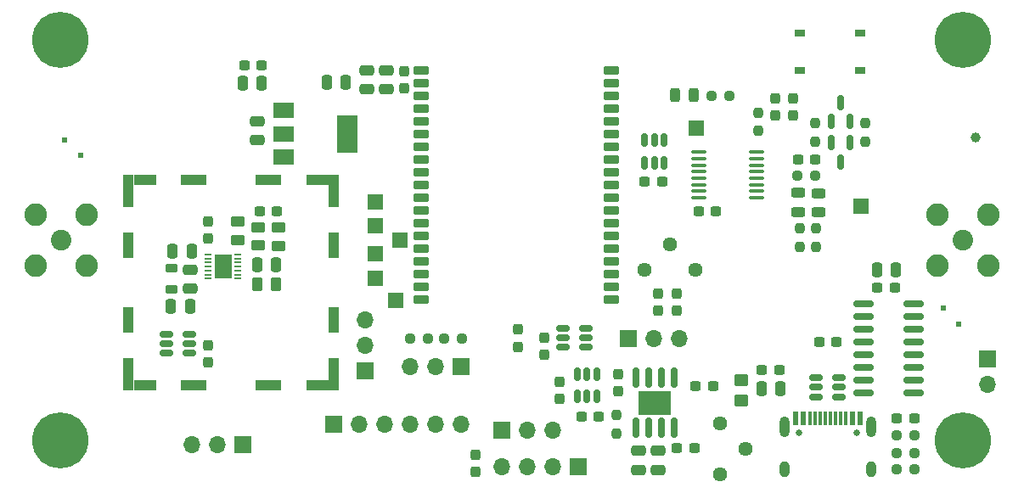
<source format=gbr>
%TF.GenerationSoftware,KiCad,Pcbnew,(6.0.9)*%
%TF.CreationDate,2022-12-22T22:01:23+02:00*%
%TF.ProjectId,cross_band_handy_walkie_talkie_V1,63726f73-735f-4626-916e-645f68616e64,rev?*%
%TF.SameCoordinates,Original*%
%TF.FileFunction,Soldermask,Top*%
%TF.FilePolarity,Negative*%
%FSLAX46Y46*%
G04 Gerber Fmt 4.6, Leading zero omitted, Abs format (unit mm)*
G04 Created by KiCad (PCBNEW (6.0.9)) date 2022-12-22 22:01:23*
%MOMM*%
%LPD*%
G01*
G04 APERTURE LIST*
G04 Aperture macros list*
%AMRoundRect*
0 Rectangle with rounded corners*
0 $1 Rounding radius*
0 $2 $3 $4 $5 $6 $7 $8 $9 X,Y pos of 4 corners*
0 Add a 4 corners polygon primitive as box body*
4,1,4,$2,$3,$4,$5,$6,$7,$8,$9,$2,$3,0*
0 Add four circle primitives for the rounded corners*
1,1,$1+$1,$2,$3*
1,1,$1+$1,$4,$5*
1,1,$1+$1,$6,$7*
1,1,$1+$1,$8,$9*
0 Add four rect primitives between the rounded corners*
20,1,$1+$1,$2,$3,$4,$5,0*
20,1,$1+$1,$4,$5,$6,$7,0*
20,1,$1+$1,$6,$7,$8,$9,0*
20,1,$1+$1,$8,$9,$2,$3,0*%
G04 Aperture macros list end*
%ADD10RoundRect,0.150000X-0.512500X-0.150000X0.512500X-0.150000X0.512500X0.150000X-0.512500X0.150000X0*%
%ADD11R,1.700000X1.700000*%
%ADD12O,1.700000X1.700000*%
%ADD13C,5.600000*%
%ADD14C,3.600000*%
%ADD15RoundRect,0.237500X0.237500X-0.300000X0.237500X0.300000X-0.237500X0.300000X-0.237500X-0.300000X0*%
%ADD16RoundRect,0.250000X0.250000X0.475000X-0.250000X0.475000X-0.250000X-0.475000X0.250000X-0.475000X0*%
%ADD17R,1.500000X1.500000*%
%ADD18C,1.440000*%
%ADD19RoundRect,0.237500X-0.237500X0.250000X-0.237500X-0.250000X0.237500X-0.250000X0.237500X0.250000X0*%
%ADD20RoundRect,0.237500X-0.300000X-0.237500X0.300000X-0.237500X0.300000X0.237500X-0.300000X0.237500X0*%
%ADD21RoundRect,0.237500X0.300000X0.237500X-0.300000X0.237500X-0.300000X-0.237500X0.300000X-0.237500X0*%
%ADD22RoundRect,0.237500X0.237500X-0.250000X0.237500X0.250000X-0.237500X0.250000X-0.237500X-0.250000X0*%
%ADD23RoundRect,0.237500X-0.237500X0.300000X-0.237500X-0.300000X0.237500X-0.300000X0.237500X0.300000X0*%
%ADD24RoundRect,0.243750X0.243750X0.456250X-0.243750X0.456250X-0.243750X-0.456250X0.243750X-0.456250X0*%
%ADD25RoundRect,0.237500X-0.250000X-0.237500X0.250000X-0.237500X0.250000X0.237500X-0.250000X0.237500X0*%
%ADD26RoundRect,0.100000X0.637500X0.100000X-0.637500X0.100000X-0.637500X-0.100000X0.637500X-0.100000X0*%
%ADD27RoundRect,0.250000X0.475000X-0.250000X0.475000X0.250000X-0.475000X0.250000X-0.475000X-0.250000X0*%
%ADD28R,1.000000X0.700000*%
%ADD29RoundRect,0.150000X0.512500X0.150000X-0.512500X0.150000X-0.512500X-0.150000X0.512500X-0.150000X0*%
%ADD30RoundRect,0.243750X0.456250X-0.243750X0.456250X0.243750X-0.456250X0.243750X-0.456250X-0.243750X0*%
%ADD31RoundRect,0.150000X0.150000X-0.512500X0.150000X0.512500X-0.150000X0.512500X-0.150000X-0.512500X0*%
%ADD32RoundRect,0.225000X-0.525000X-0.225000X0.525000X-0.225000X0.525000X0.225000X-0.525000X0.225000X0*%
%ADD33RoundRect,0.150000X-0.150000X0.512500X-0.150000X-0.512500X0.150000X-0.512500X0.150000X0.512500X0*%
%ADD34R,2.000000X1.500000*%
%ADD35R,2.000000X3.800000*%
%ADD36RoundRect,0.250000X0.450000X-0.262500X0.450000X0.262500X-0.450000X0.262500X-0.450000X-0.262500X0*%
%ADD37C,1.000000*%
%ADD38C,2.050000*%
%ADD39C,2.250000*%
%ADD40RoundRect,0.250000X-0.250000X-0.475000X0.250000X-0.475000X0.250000X0.475000X-0.250000X0.475000X0*%
%ADD41RoundRect,0.150000X0.150000X-0.587500X0.150000X0.587500X-0.150000X0.587500X-0.150000X-0.587500X0*%
%ADD42RoundRect,0.150000X-0.150000X0.825000X-0.150000X-0.825000X0.150000X-0.825000X0.150000X0.825000X0*%
%ADD43R,3.300000X2.410000*%
%ADD44RoundRect,0.250000X-0.450000X0.262500X-0.450000X-0.262500X0.450000X-0.262500X0.450000X0.262500X0*%
%ADD45RoundRect,0.250000X-0.475000X0.250000X-0.475000X-0.250000X0.475000X-0.250000X0.475000X0.250000X0*%
%ADD46RoundRect,0.237500X0.250000X0.237500X-0.250000X0.237500X-0.250000X-0.237500X0.250000X-0.237500X0*%
%ADD47RoundRect,0.218750X-0.381250X0.218750X-0.381250X-0.218750X0.381250X-0.218750X0.381250X0.218750X0*%
%ADD48RoundRect,0.150000X-0.825000X-0.150000X0.825000X-0.150000X0.825000X0.150000X-0.825000X0.150000X0*%
%ADD49RoundRect,0.250000X-0.262500X-0.450000X0.262500X-0.450000X0.262500X0.450000X-0.262500X0.450000X0*%
%ADD50RoundRect,0.250000X0.450000X-0.350000X0.450000X0.350000X-0.450000X0.350000X-0.450000X-0.350000X0*%
%ADD51R,2.300000X1.000000*%
%ADD52R,1.000000X2.600000*%
%ADD53R,2.600000X1.000000*%
%ADD54R,1.000000X2.300000*%
%ADD55R,1.000000X1.000000*%
%ADD56RoundRect,0.150000X-0.150000X0.587500X-0.150000X-0.587500X0.150000X-0.587500X0.150000X0.587500X0*%
%ADD57C,0.650000*%
%ADD58R,0.600000X1.450000*%
%ADD59R,0.300000X1.450000*%
%ADD60O,1.000000X1.600000*%
%ADD61O,1.000000X2.100000*%
%ADD62R,0.700000X0.250000*%
%ADD63R,1.780000X2.350000*%
%ADD64C,0.610000*%
G04 APERTURE END LIST*
D10*
%TO.C,U5*%
X130312500Y-88750000D03*
X130312500Y-89700000D03*
X130312500Y-90650000D03*
X132587500Y-90650000D03*
X132587500Y-89700000D03*
X132587500Y-88750000D03*
%TD*%
D11*
%TO.C,J5*%
X73200000Y-95400000D03*
D12*
X70660000Y-95400000D03*
X68120000Y-95400000D03*
%TD*%
D13*
%TO.C,H2*%
X145000000Y-95000000D03*
D14*
X145000000Y-95000000D03*
%TD*%
D15*
%TO.C,C7*%
X128000000Y-62612500D03*
X128000000Y-60887500D03*
%TD*%
D11*
%TO.C,J3*%
X111600000Y-84800000D03*
D12*
X114140000Y-84800000D03*
X116680000Y-84800000D03*
%TD*%
D16*
%TO.C,C10*%
X83450000Y-59250000D03*
X81550000Y-59250000D03*
%TD*%
D17*
%TO.C,TP6*%
X86400000Y-71200000D03*
%TD*%
D18*
%TO.C,RV1*%
X113225000Y-78000000D03*
X115765000Y-75460000D03*
X118305000Y-78000000D03*
%TD*%
D19*
%TO.C,R2*%
X130250000Y-63337500D03*
X130250000Y-65162500D03*
%TD*%
D17*
%TO.C,TP1*%
X88400000Y-81000000D03*
%TD*%
D20*
%TO.C,C29*%
X118337500Y-89600000D03*
X120062500Y-89600000D03*
%TD*%
D19*
%TO.C,R4*%
X135250000Y-63337500D03*
X135250000Y-65162500D03*
%TD*%
D11*
%TO.C,J2*%
X99000000Y-94000000D03*
D12*
X101540000Y-94000000D03*
X104080000Y-94000000D03*
%TD*%
D21*
%TO.C,C28*%
X108662500Y-92600000D03*
X106937500Y-92600000D03*
%TD*%
D22*
%TO.C,R10*%
X128750000Y-75662500D03*
X128750000Y-73837500D03*
%TD*%
D13*
%TO.C,H3*%
X55000000Y-95000000D03*
D14*
X55000000Y-95000000D03*
%TD*%
D21*
%TO.C,C4*%
X138150000Y-79800000D03*
X136425000Y-79800000D03*
%TD*%
D10*
%TO.C,U11*%
X65562500Y-84400000D03*
X65562500Y-85350000D03*
X65562500Y-86300000D03*
X67837500Y-86300000D03*
X67837500Y-85350000D03*
X67837500Y-84400000D03*
%TD*%
D23*
%TO.C,C38*%
X69700000Y-85487500D03*
X69700000Y-87212500D03*
%TD*%
D21*
%TO.C,C6*%
X132362500Y-85200000D03*
X130637500Y-85200000D03*
%TD*%
%TO.C,C18*%
X76562500Y-72150000D03*
X74837500Y-72150000D03*
%TD*%
D11*
%TO.C,J7*%
X106600000Y-97600000D03*
D12*
X104060000Y-97600000D03*
X101520000Y-97600000D03*
X98980000Y-97600000D03*
%TD*%
D17*
%TO.C,TP7*%
X118400000Y-63800000D03*
%TD*%
D24*
%TO.C,D4*%
X118117500Y-60535000D03*
X116242500Y-60535000D03*
%TD*%
D25*
%TO.C,R1*%
X89827500Y-84800000D03*
X91652500Y-84800000D03*
%TD*%
D26*
%TO.C,U4*%
X124362500Y-70775000D03*
X124362500Y-70125000D03*
X124362500Y-69475000D03*
X124362500Y-68825000D03*
X124362500Y-68175000D03*
X124362500Y-67525000D03*
X124362500Y-66875000D03*
X124362500Y-66225000D03*
X118637500Y-66225000D03*
X118637500Y-66875000D03*
X118637500Y-67525000D03*
X118637500Y-68175000D03*
X118637500Y-68825000D03*
X118637500Y-69475000D03*
X118637500Y-70125000D03*
X118637500Y-70775000D03*
%TD*%
D27*
%TO.C,C3*%
X85500000Y-59950000D03*
X85500000Y-58050000D03*
%TD*%
D16*
%TO.C,C5*%
X138300000Y-77950000D03*
X136400000Y-77950000D03*
%TD*%
D15*
%TO.C,C20*%
X96400000Y-98125000D03*
X96400000Y-96400000D03*
%TD*%
%TO.C,C27*%
X114600000Y-82062500D03*
X114600000Y-80337500D03*
%TD*%
D28*
%TO.C,SW1*%
X128750000Y-58100000D03*
X134750000Y-58100000D03*
X128750000Y-54400000D03*
X134750000Y-54400000D03*
%TD*%
D19*
%TO.C,R20*%
X110400000Y-92487500D03*
X110400000Y-94312500D03*
%TD*%
D25*
%TO.C,R3*%
X93227500Y-84800000D03*
X95052500Y-84800000D03*
%TD*%
D29*
%TO.C,U8*%
X107387500Y-85700000D03*
X107387500Y-84750000D03*
X107387500Y-83800000D03*
X105112500Y-83800000D03*
X105112500Y-84750000D03*
X105112500Y-85700000D03*
%TD*%
D30*
%TO.C,D1*%
X130600000Y-72225000D03*
X130600000Y-70350000D03*
%TD*%
D23*
%TO.C,C19*%
X116400000Y-80337500D03*
X116400000Y-82062500D03*
%TD*%
D21*
%TO.C,C11*%
X130225000Y-67000000D03*
X128500000Y-67000000D03*
%TD*%
D20*
%TO.C,C12*%
X118637500Y-72150000D03*
X120362500Y-72150000D03*
%TD*%
D31*
%TO.C,U9*%
X106550000Y-90637500D03*
X107500000Y-90637500D03*
X108450000Y-90637500D03*
X108450000Y-88362500D03*
X107500000Y-88362500D03*
X106550000Y-88362500D03*
%TD*%
D32*
%TO.C,U2*%
X90950000Y-58100000D03*
X90950000Y-59370000D03*
X90950000Y-60640000D03*
X90950000Y-61910000D03*
X90950000Y-63180000D03*
X90950000Y-64450000D03*
X90950000Y-65720000D03*
X90950000Y-66990000D03*
X90950000Y-68260000D03*
X90950000Y-69530000D03*
X90950000Y-70800000D03*
X90950000Y-72070000D03*
X90950000Y-73340000D03*
X90950000Y-74610000D03*
X90950000Y-75880000D03*
X90950000Y-77150000D03*
X90950000Y-78420000D03*
X90950000Y-79690000D03*
X90950000Y-80960000D03*
X109950000Y-80960000D03*
X109950000Y-79690000D03*
X109950000Y-78420000D03*
X109950000Y-77150000D03*
X109950000Y-75880000D03*
X109950000Y-74610000D03*
X109950000Y-73340000D03*
X109950000Y-72070000D03*
X109950000Y-70800000D03*
X109950000Y-69530000D03*
X109950000Y-68260000D03*
X109950000Y-66990000D03*
X109950000Y-65720000D03*
X109950000Y-64450000D03*
X109950000Y-63180000D03*
X109950000Y-61910000D03*
X109950000Y-60640000D03*
X109950000Y-59370000D03*
X109950000Y-58100000D03*
%TD*%
D17*
%TO.C,TP2*%
X86400000Y-78800000D03*
%TD*%
D33*
%TO.C,U12*%
X115150000Y-65062500D03*
X114200000Y-65062500D03*
X113250000Y-65062500D03*
X113250000Y-67337500D03*
X114200000Y-67337500D03*
X115150000Y-67337500D03*
%TD*%
D34*
%TO.C,U3*%
X77250000Y-62100000D03*
D35*
X83550000Y-64400000D03*
D34*
X77250000Y-64400000D03*
X77250000Y-66700000D03*
%TD*%
D16*
%TO.C,C33*%
X126800000Y-89850000D03*
X124900000Y-89850000D03*
%TD*%
D23*
%TO.C,C17*%
X100600000Y-83937500D03*
X100600000Y-85662500D03*
%TD*%
D36*
%TO.C,R17*%
X72700000Y-74975000D03*
X72700000Y-73150000D03*
%TD*%
D15*
%TO.C,C16*%
X69700000Y-74875000D03*
X69700000Y-73150000D03*
%TD*%
D37*
%TO.C,FID1*%
X146200000Y-64800000D03*
%TD*%
D20*
%TO.C,C24*%
X116475000Y-95800000D03*
X118200000Y-95800000D03*
%TD*%
D16*
%TO.C,C32*%
X75050000Y-59350000D03*
X73150000Y-59350000D03*
%TD*%
D20*
%TO.C,C34*%
X124937500Y-88000000D03*
X126662500Y-88000000D03*
%TD*%
D38*
%TO.C,J15*%
X144950000Y-75000000D03*
D39*
X142410000Y-77540000D03*
X142410000Y-72460000D03*
X147490000Y-72460000D03*
X147490000Y-77540000D03*
%TD*%
D40*
%TO.C,C21*%
X74600000Y-77450000D03*
X76500000Y-77450000D03*
%TD*%
D11*
%TO.C,J4*%
X85350000Y-88050000D03*
D12*
X85350000Y-85510000D03*
X85350000Y-82970000D03*
%TD*%
D41*
%TO.C,Q1*%
X131800000Y-63187500D03*
X133700000Y-63187500D03*
X132750000Y-61312500D03*
%TD*%
D18*
%TO.C,RV2*%
X120775000Y-93275000D03*
X123315000Y-95815000D03*
X120775000Y-98355000D03*
%TD*%
D15*
%TO.C,C30*%
X110600000Y-90112500D03*
X110600000Y-88387500D03*
%TD*%
D27*
%TO.C,C2*%
X87500000Y-59950000D03*
X87500000Y-58050000D03*
%TD*%
D42*
%TO.C,U10*%
X116155000Y-88775000D03*
X114885000Y-88775000D03*
X113615000Y-88775000D03*
X112345000Y-88775000D03*
X112345000Y-93725000D03*
X113615000Y-93725000D03*
X114885000Y-93725000D03*
X116155000Y-93725000D03*
D43*
X114250000Y-91250000D03*
%TD*%
D44*
%TO.C,R15*%
X74690000Y-73737500D03*
X74690000Y-75562500D03*
%TD*%
D45*
%TO.C,C26*%
X114600000Y-96050000D03*
X114600000Y-97950000D03*
%TD*%
D21*
%TO.C,C31*%
X75025000Y-57550000D03*
X73300000Y-57550000D03*
%TD*%
D38*
%TO.C,J14*%
X55050000Y-75000000D03*
D39*
X57590000Y-77540000D03*
X52510000Y-77540000D03*
X57590000Y-72460000D03*
X52510000Y-72460000D03*
%TD*%
D17*
%TO.C,TP5*%
X86400000Y-73600000D03*
%TD*%
D13*
%TO.C,H4*%
X145000000Y-55000000D03*
D14*
X145000000Y-55000000D03*
%TD*%
D17*
%TO.C,TP4*%
X88800000Y-75000000D03*
%TD*%
%TO.C,TP10*%
X134800000Y-71600000D03*
%TD*%
D45*
%TO.C,C13*%
X67950000Y-77950000D03*
X67950000Y-79850000D03*
%TD*%
D20*
%TO.C,C15*%
X138387500Y-92780000D03*
X140112500Y-92780000D03*
%TD*%
D40*
%TO.C,C14*%
X66000000Y-81650000D03*
X67900000Y-81650000D03*
%TD*%
D27*
%TO.C,C9*%
X74600000Y-65050000D03*
X74600000Y-63150000D03*
%TD*%
D17*
%TO.C,TP3*%
X86400000Y-76400000D03*
%TD*%
D46*
%TO.C,R11*%
X130262500Y-68550000D03*
X128437500Y-68550000D03*
%TD*%
D16*
%TO.C,C22*%
X68050000Y-76100000D03*
X66150000Y-76100000D03*
%TD*%
D47*
%TO.C,L1*%
X66050000Y-77837500D03*
X66050000Y-79962500D03*
%TD*%
D11*
%TO.C,J1*%
X82250000Y-93400000D03*
D12*
X84790000Y-93400000D03*
X87330000Y-93400000D03*
X89870000Y-93400000D03*
X92410000Y-93400000D03*
X94950000Y-93400000D03*
%TD*%
D48*
%TO.C,U1*%
X135075000Y-81355000D03*
X135075000Y-82625000D03*
X135075000Y-83895000D03*
X135075000Y-85165000D03*
X135075000Y-86435000D03*
X135075000Y-87705000D03*
X135075000Y-88975000D03*
X135075000Y-90245000D03*
X140025000Y-90245000D03*
X140025000Y-88975000D03*
X140025000Y-87705000D03*
X140025000Y-86435000D03*
X140025000Y-85165000D03*
X140025000Y-83895000D03*
X140025000Y-82625000D03*
X140025000Y-81355000D03*
%TD*%
D11*
%TO.C,JP1*%
X94940000Y-87600000D03*
D12*
X92400000Y-87600000D03*
X89860000Y-87600000D03*
%TD*%
D22*
%TO.C,R9*%
X130350000Y-75662500D03*
X130350000Y-73837500D03*
%TD*%
D49*
%TO.C,R19*%
X74625000Y-79450000D03*
X76450000Y-79450000D03*
%TD*%
D50*
%TO.C,FB2*%
X122850000Y-91000000D03*
X122850000Y-89000000D03*
%TD*%
D25*
%TO.C,R14*%
X138337500Y-96250000D03*
X140162500Y-96250000D03*
%TD*%
%TO.C,R12*%
X138337500Y-97870000D03*
X140162500Y-97870000D03*
%TD*%
D15*
%TO.C,C1*%
X89250000Y-59862500D03*
X89250000Y-58137500D03*
%TD*%
D51*
%TO.C,J8*%
X63400000Y-69000000D03*
D52*
X82250000Y-83000000D03*
D53*
X75750000Y-89500000D03*
D52*
X61750000Y-75500000D03*
D54*
X61750000Y-70650000D03*
D55*
X61750000Y-69000000D03*
D53*
X75750000Y-69000000D03*
D52*
X82250000Y-75500000D03*
D51*
X80600000Y-69000000D03*
D55*
X61750000Y-89500000D03*
D54*
X82250000Y-70650000D03*
D55*
X82250000Y-89500000D03*
D54*
X61750000Y-87850000D03*
D53*
X68250000Y-69000000D03*
D51*
X63400000Y-89500000D03*
X80600000Y-89500000D03*
D55*
X82250000Y-69000000D03*
D53*
X68250000Y-89500000D03*
D54*
X82250000Y-87850000D03*
D52*
X61750000Y-83000000D03*
%TD*%
D11*
%TO.C,J9*%
X147400000Y-86860000D03*
D12*
X147400000Y-89400000D03*
%TD*%
D56*
%TO.C,Q2*%
X133700000Y-65312500D03*
X131800000Y-65312500D03*
X132750000Y-67187500D03*
%TD*%
D21*
%TO.C,C37*%
X114962500Y-69200000D03*
X113237500Y-69200000D03*
%TD*%
D14*
%TO.C,H1*%
X55000000Y-55000000D03*
D13*
X55000000Y-55000000D03*
%TD*%
D46*
%TO.C,R16*%
X140162500Y-94500000D03*
X138337500Y-94500000D03*
%TD*%
D23*
%TO.C,C35*%
X103200000Y-84737500D03*
X103200000Y-86462500D03*
%TD*%
D30*
%TO.C,D2*%
X128550000Y-72187500D03*
X128550000Y-70312500D03*
%TD*%
D15*
%TO.C,C8*%
X126250000Y-62612500D03*
X126250000Y-60887500D03*
%TD*%
D36*
%TO.C,R13*%
X76700000Y-75612500D03*
X76700000Y-73787500D03*
%TD*%
D19*
%TO.C,R7*%
X124600000Y-62287500D03*
X124600000Y-64112500D03*
%TD*%
D57*
%TO.C,J6*%
X128610000Y-94210000D03*
X134390000Y-94210000D03*
D58*
X128250000Y-92765000D03*
X129050000Y-92765000D03*
D59*
X130250000Y-92765000D03*
X131250000Y-92765000D03*
X131750000Y-92765000D03*
X132750000Y-92765000D03*
D58*
X133950000Y-92765000D03*
X134750000Y-92765000D03*
X134750000Y-92765000D03*
X133950000Y-92765000D03*
D59*
X133250000Y-92765000D03*
X132250000Y-92765000D03*
X130750000Y-92765000D03*
X129750000Y-92765000D03*
D58*
X129050000Y-92765000D03*
X128250000Y-92765000D03*
D60*
X127180000Y-97860000D03*
X135820000Y-97860000D03*
D61*
X127180000Y-93680000D03*
X135820000Y-93680000D03*
%TD*%
D46*
%TO.C,R5*%
X121712500Y-60600000D03*
X119887500Y-60600000D03*
%TD*%
D45*
%TO.C,C25*%
X112600000Y-96050000D03*
X112600000Y-97950000D03*
%TD*%
D23*
%TO.C,C36*%
X104750000Y-89137500D03*
X104750000Y-90862500D03*
%TD*%
D62*
%TO.C,U7*%
X69725000Y-76450000D03*
X69725000Y-76850000D03*
X69725000Y-77250000D03*
X69725000Y-77650000D03*
X69725000Y-78050000D03*
X69725000Y-78450000D03*
X69725000Y-78850000D03*
X72675000Y-78850000D03*
X72675000Y-78450000D03*
X72675000Y-78050000D03*
X72675000Y-77650000D03*
X72675000Y-77250000D03*
X72675000Y-76850000D03*
X72675000Y-76450000D03*
D63*
X71200000Y-77650000D03*
%TD*%
D64*
%TO.C,FL2*%
X143018647Y-81818647D03*
X144581353Y-83381353D03*
%TD*%
%TO.C,FL1*%
X56981353Y-66581353D03*
X55418647Y-65018647D03*
%TD*%
M02*

</source>
